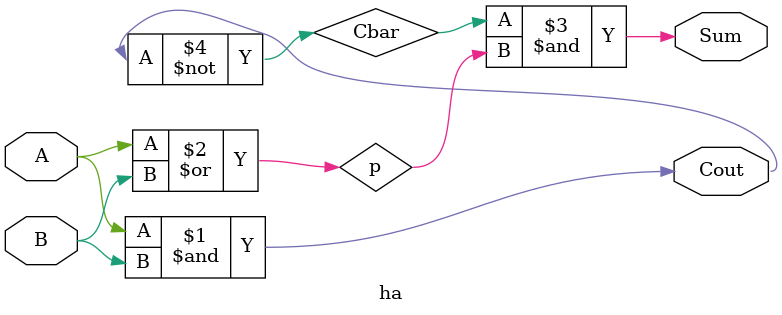
<source format=v>
module cska22(A, B, Sum);
  input [21:0] A, B;
  
  output [21:0] Sum;
  
  wire [3:0] p1, p2, p3, p4;
  wire w1, w2, w3, w4, w5, w6, w7, w8, c4, c7, c12, c16, c20;
  
  // ripple carry adder without * carry in *
  rca4_wci  r1(A[3:0], B[3:0], Sum[3:0], c4);
  
  // ripple carry adder with port * p * and * carry out *
  rca4p r2(A[7:4], B[7:4], c4, Sum[7:4], w1, p1);
  and   a1(w2, p1[0], p1[1], p1[2], p1[3], c4);
  or    o1(c7, w1, w2);
  
  // ripple carry adder with port * p * and * carry out *
  rca4p r3(A[11:8], B[11:8], c7, Sum[11:8], w3, p2);
  and   a2(w4, p2[0], p2[1], p2[2], p2[3], c7);
  or    o2(c12, w3, w4);
  
  // ripple carry adder with port * p * and * carry out *
  rca4p r4(A[15:12], B[15:12], c12, Sum[15:12], w5, p3);
  and   a3(w6, p3[0], p3[1], p3[2], p3[3], c12);
  or    o3(c16, w5, w6);
  
  // ripple carry adder with port * p * and * carry out *
  rca4p r5( A[19:16], B[19:16], c16, Sum[19:16], w7, p4);
  and   a4(w8, p4[0], p4[1], p4[2], p4[3], c16);
  or    o4(c20, w7, w8);
  
  // ripple carry adder without * carry out *
  rca2_wco  r6(A[21:20], B[21:20], c20, Sum[21:20]);

endmodule

// carry skip adder 15-bits, for counter, just add 1-bit every time
module cska15_count (A, Sum);
  input [14:0] A;
  
  output [14:0] Sum;
  
  wire w1, w2, w3, w4, w5, w6, w7, w8, c4, c7, c12, c16, c20;
  
  // ripple carry adder for count
  rca4_count  r1(A[3:0], Sum[3:0], c4);
  
  // ripple carry adder with for counter
  rca4_middle_count r2(A[7:4], c4, Sum[7:4], c7);
  
  // ripple carry adder with port * p *
  rca4_middle_count r3(A[11:8], c7, Sum[11:8], c12);
  
  rca3_wco  r4(A[14:12], c12, Sum[14:12]);
  
endmodule

// carry skip adder 14-bits, for counter, just add 1-bit every time
/***for RGBadd_enable_timer***/
module cska14_count (A, Sum, one_picture);
  input [13:0] A;
  
  output [13:0] Sum;
  output one_picture;
  
  wire w1, w2, w3, w4, w5, w6, w7, w8, c4, c7, c12, c13, c20;
  
  // ripple carry adder for count
  rca4_count  r1(A[3:0], Sum[3:0], c4);
  
  // ripple carry adder with for counter
  rca4_middle_count r2(A[7:4], c4, Sum[7:4], c7);
  
  // ripple carry adder with port * p *
  rca4_middle_count r3(A[11:8], c7, Sum[11:8], c12);
  
  ha ha1(A[12], c12, Sum[12], c13);
  ha ha2(A[13], c13, Sum[13], one_picture);
  
endmodule

// *** for counter ***
// 5-bits ripple carry adder *without* carry out
module rca5_count (A, Sum);
  input [4:0] A;
  
  output [4:0] Sum;
  
  wire [4:0] c;
  wire p, c4;
  wire Cin;
  
  assign Cin=1'b1;
  
  ha ha1(A[0], Cin, Sum[0], c[0]);
  ha ha2(A[1], c[0], Sum[1], c[1]);
  ha ha3(A[2], c[1], Sum[2], c[2]);
  ha ha4(A[3], c[2], Sum[3], c[3]);
  
  and a1(c[4], A[4], c[3]);
  not n1(c4, c[4]);
  or o1(p, A[4], c[3]);
  and a2(Sum[4], c4, p);
  
endmodule

// *** for counter ***
// 4-bits ripple carry adder * with * carry out 
module rca4_middle_count (A, Cin, Sum, Cout);
  input [3:0] A;
  input Cin;
  
  output [3:0] Sum;
  output Cout;
  
  wire [2:0] c;
  
  ha ha1(A[0], Cin, Sum[0], c[0]);
  ha ha2(A[1], c[0], Sum[1], c[1]);
  ha ha3(A[2], c[1], Sum[2], c[2]);
  ha ha4(A[3], c[2], Sum[3], Cout);
  
endmodule

// 4-bits ripple carry adder with port * p * and * carry out *
module rca4p (A, B, Cin, Sum, w, p);
  input [3:0] A, B;
  input       Cin;
  
  output [3:0] Sum, p;
  output       w;
  
  wire c1, c2, c3;

  pfa pfa1(A[0], B[0], Cin, Sum[0], c1, p[0]);
  pfa pfa2(A[1], B[1], c1, Sum[1], c2, p[1]);
  pfa pfa3(A[2], B[2], c2, Sum[2], c3, p[2]);
  pfa pfa4(A[3], B[3], c3, Sum[3], w, p[3]);

endmodule  

// (PFA)propagate full adder, with port * p * and * g *
module pfa (A, B, Cin, Sum, Cout, p);
  input  A, B, Cin;
  output Sum, Cout, p;
  
  wire s1, p, g1, g2;
  
  pha pha1 (A, B, s1, g1, p);
  ha  ha1  (s1, Cin, Sum, g2);
  or o1(Cout, g1, g2); 
   
endmodule

// (PHA)propagate half adder, with port * p * and * g *
module pha (A, B, Sum, g, p);
  input A, B;
  output Sum, g, p;
  
  wire gbar;
  
  and a1(g, A, B);
  not n1(gbar, g);
  
  or  o1(p, A, B);
  and a2(Sum, gbar, p);
    
endmodule

// (PHA)propagate half adder, with port * p *
module pha_count (A, Cin, Sum, p);
  input A, Cin;
  output Sum, p;
  
  wire g, gbar;
  
  and a1(g, A, Cin);
  not n1(gbar, g);
  
  or  o1(p, A, Cin);
  and a2(Sum, gbar, p);
    
endmodule

// *** for counter ***
// 3-bits ripple carry adder without carry-out
module rca3_wco (A, Cin, Sum);
  input [2:0] A;
  input Cin;
  
  output [2:0] Sum;
  
  wire c1, c2;
  
  ha     ha1(A[0], Cin, Sum[0], c1);
  ha     ha2(A[1], c1, Sum[1], c2);
  ha_wco ha3(A[2], c2, Sum[2]);
  
endmodule

// 2-bits ripple carry adder without carry-out
module rca2_wco(A, B, Cin, Sum);
  input [1:0] A, B;
  input Cin;
  
  output [1:0] Sum;
  
  wire c1;

  fa     fa1(A[0],B[0], Cin, Sum[0], c1);
  fa_wco fa2(A[1],B[1], c1, Sum[1]);
  
endmodule

// full adder without carry-out
module fa_wco (A, B, Cin, Sum);
  input A, B, Cin;
  output Sum;
  
  wire c1, s1, c2;
  
  ha     ha1 (A, B, s1, c1);
  ha_wco ha2 (s1, Cin, Sum); 
   
endmodule

// half adder without carry-out
module ha_wco(A, B, Sum);
  input A, B;
  output Sum;          
  
  wire Cout, Cbar, p;
  
  and a1 (Cout, A, B);
  not i1 (Cbar, Cout);
  or o1 (p, A, B);
  and a2 (Sum, Cbar, p);
    
endmodule

// 4-bits ripple carry adder without carry in
module rca4_wci (A, B, Sum, Cout);
  input [3:0] A, B;
  
  output [3:0] Sum;
  output Cout;
  
  wire [2:0] c;

  ha ha1(A[0],B[0], Sum[0], c[0]) ;
  fa fa2(A[1],B[1], c[0], Sum[1], c[1]) ;
  fa fa3(A[2],B[2], c[1], Sum[2], c[2]) ;
  fa fa4(A[3],B[3], c[2], Sum[3], Cout) ;

endmodule

// *** for counter ***
// 4-bits ripple carry adder
module rca4_count (A, Sum, Cout);
  input [3:0] A;
  output [3:0] Sum;
  output Cout;
  
  wire [2:0] c;
  wire Cin;
  
  assign Cin=1'b1;
  
  ha ha1(A[0], Cin, Sum[0], c[0]);
  ha ha2(A[1], c[0], Sum[1], c[1]);
  ha ha3(A[2], c[1], Sum[2], c[2]);
  ha ha4(A[3], c[2], Sum[3], Cout);
  
endmodule  

// full adder
module fa (A, B, Cin, Sum, Cout);
  input A, B, Cin;
  output Cout, Sum;
  
  wire c1, s1, c2;
  
  ha ha1 (A, B, s1, c1);
  ha ha2 (s1, Cin, Sum, c2);
  or o1 (Cout, c1, c2); 
   
endmodule

// half adder
module ha(A, B, Sum, Cout);
  input A, B;
  output Cout, Sum;
  
  wire Cbar, p;
  
  and a1 (Cout, A, B);
  not i1 (Cbar, Cout);
  or o1 (p, A, B);
  and a2 (Sum, Cbar, p);
    
endmodule
</source>
